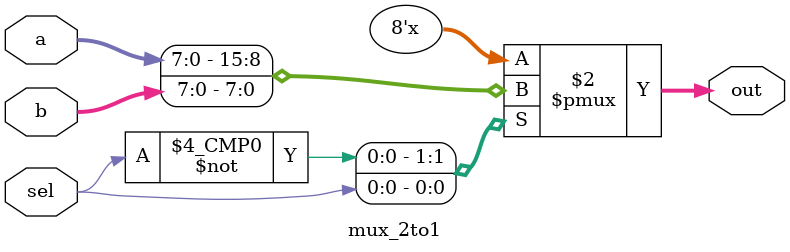
<source format=v>
`timescale 1ns / 1ps


module mux_2to1(
    input [7:0] a,
    input [7:0] b,
    input sel,
    output reg [7:0] out
    );

always@(a, b, sel) begin
    case(sel)
        1'b0: out <= a;
        1'b1: out <= b;
        //default: out <= 0;
    endcase
end


//assign out = (sel == 1'b0) ? a : b;
    
endmodule

</source>
